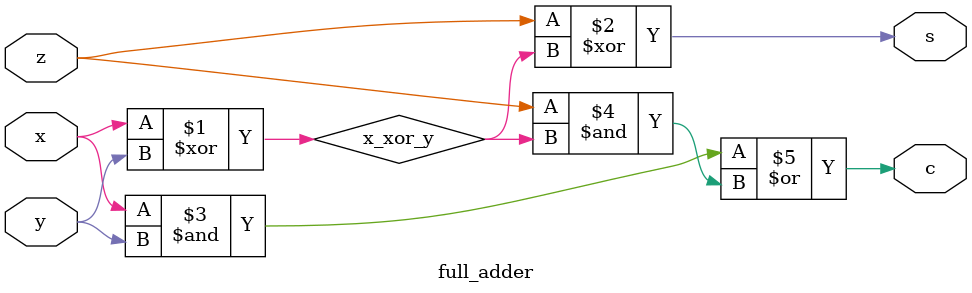
<source format=v>
/**
    * Single-bit full adder module 
    *
    * Takes two singles-bits as inputs (x and y), an extra signal for the input carry (z)
    *
    * Produces a one bit sum (s) and an output carry (c) 
    *
    * outputs are produced according to the following boolean equations:
    * s = x ^ y ^ z
    * c = x & y | z & (x ^ y)

*/

module full_adder (
    input x,  y, z,
    output s, c
);

    wire x_xor_y; 
    assign x_xor_y = x^y; //intermediate signal XOR of x and y

    assign s = z^x_xor_y; 

    assign c = (x&y)|z&x_xor_y; 

endmodule


</source>
